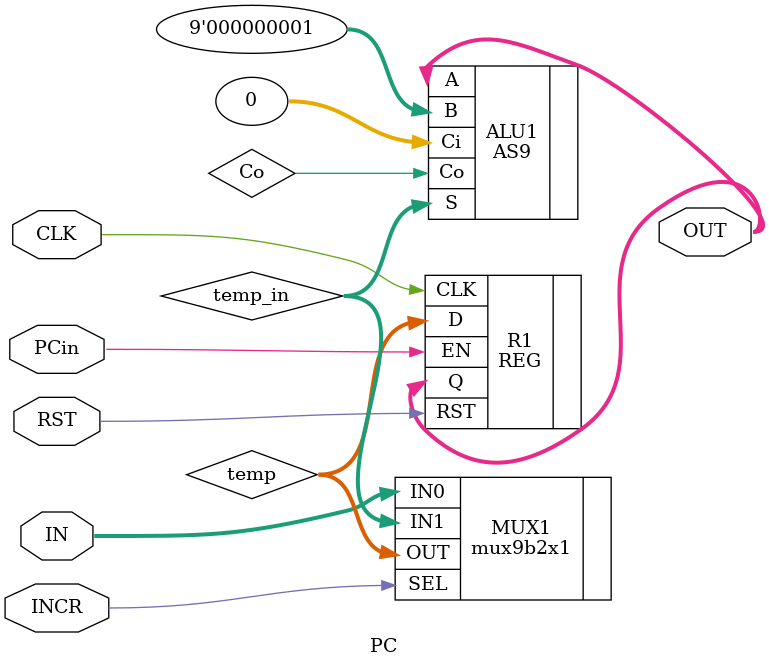
<source format=sv>
module PC (IN,OUT,CLK,RST,INCR,PCin);

input [8:0] IN;
input CLK,RST,INCR,PCin;
output [8:0] OUT ;

wire [8:0] temp,temp_in;
logic Co;

mux9b2x1 MUX1(.IN0(IN),.IN1(temp_in),.OUT(temp),.SEL(INCR));
REG R1(.D(temp),.Q(OUT),.CLK(CLK),.RST(RST),.EN(PCin));
AS9 ALU1(.A(OUT),.B(9'b000000001),.Ci(0),.S(temp_in),.Co(Co));

endmodule 

</source>
